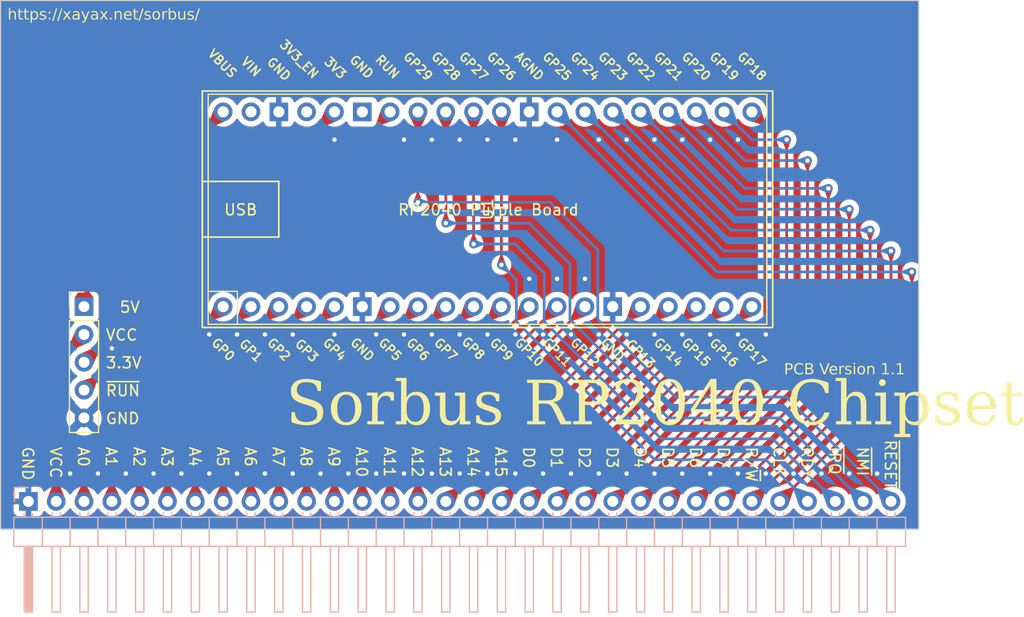
<source format=kicad_pcb>
(kicad_pcb (version 20221018) (generator pcbnew)
  (layers (0 "F.Cu" signal) (31 "B.Cu" signal) (34 "B.Paste" user) (35 "F.Paste" user) (36 "B.SilkS" user "B.Silkscreen") (37 "F.SilkS" user "F.Silkscreen") (38 "B.Mask" user) (39 "F.Mask" user) (44 "Edge.Cuts" user))
  (net 0 "")
  (net 1 "GND")
  (net 2 "VCC")
  (net 3 "A0")
  (net 4 "A1")
  (net 5 "A2")
  (net 6 "A3")
  (net 7 "A4")
  (net 8 "A5")
  (net 9 "A6")
  (net 10 "A7")
  (net 11 "A8")
  (net 12 "A9")
  (net 13 "A10")
  (net 14 "A11")
  (net 15 "A12")
  (net 16 "A13")
  (net 17 "A14")
  (net 18 "A15")
  (net 19 "D0")
  (net 20 "D1")
  (net 21 "D2")
  (net 22 "D3")
  (net 23 "D4")
  (net 24 "D5")
  (net 25 "D6")
  (net 26 "D7")
  (net 27 "R~W")
  (net 28 "CLK")
  (net 29 "RDY")
  (net 30 "~{IRQ}")
  (net 31 "~{NMI}")
  (net 32 "~{RESET}")
  (net 33 "3V3")
  (net 34 "RUN")
  (net 35 "VBUS")
  (footprint "MCU_RaspberryPi_and_Boards:RPi_RP2040Purple_SMD_TH_no_debug" (layer "F.Cu") (at 69.85 36.83 90)
    (fp_text reference "U1" (at 0 0 90) (layer "F.SilkS"))
    (fp_text value "PurpleRP2040_no_debug" hide)
    (fp_text user "GP26" (at 13.054 1.27 135) (layer "F.SilkS") (effects (font (size 0.8 0.8))))
    (fp_text user "VBUS" (at 13.3 -24.2 135) (layer "F.SilkS") (effects (font (size 0.8 0.8))))
    (fp_text user "GND" (at 12.8 -19.05 135) (layer "F.SilkS") (effects (font (size 0.8 0.8))))
    (fp_text user "GP25" (at 13.054 6.35 135) (layer "F.SilkS") (effects (font (size 0.8 0.8))))
    (fp_text user "GP27" (at 13.054 -1.27 135) (layer "F.SilkS") (effects (font (size 0.8 0.8))))
    (fp_text user "GP11" (at -13.054 6.35 135) (layer "F.SilkS") (effects (font (size 0.8 0.8))))
    (fp_text user "GP23" (at 13.054 11.43 135) (layer "F.SilkS") (effects (font (size 0.8 0.8))))
    (fp_text user "GP1" (at -12.9 -21.6 135) (layer "F.SilkS") (effects (font (size 0.8 0.8))))
    (fp_text user "RUN" (at 13 -9.144 135) (layer "F.SilkS") (effects (font (size 0.8 0.8))))
    (fp_text user "GP21" (at 13.054 16.51 135) (layer "F.SilkS") (effects (font (size 0.8 0.8))))
    (fp_text user "AGND" (at 13.054 3.81 135) (layer "F.SilkS") (effects (font (size 0.8 0.8))))
    (fp_text user "GP29" (at 13.054 -6.35 135) (layer "F.SilkS") (effects (font (size 0.8 0.8))))
    (fp_text user "GP2" (at -12.8 -19.05 135) (layer "F.SilkS") (effects (font (size 0.8 0.8))))
    (fp_text user "GP3" (at -12.9 -16.51 135) (layer "F.SilkS") (effects (font (size 0.8 0.8))))
    (fp_text user "GP7" (at -12.8 -3.81 135) (layer "F.SilkS") (effects (font (size 0.8 0.8))))
    (fp_text user "GP24" (at 13.054 8.9 135) (layer "F.SilkS") (effects (font (size 0.8 0.8))))
    (fp_text user "GP17" (at -13.054 24.13 135) (layer "F.SilkS") (effects (font (size 0.8 0.8))))
    (fp_text user "GP10" (at -13.054 3.81 135) (layer "F.SilkS") (effects (font (size 0.8 0.8))))
    (fp_text user "GP18" (at 13.054 24.13 135) (layer "F.SilkS") (effects (font (size 0.8 0.8))))
    (fp_text user "GP16" (at -13.1 21.59 135) (layer "F.SilkS") (effects (font (size 0.8 0.8))))
    (fp_text user "GP9" (at -12.8 1.27 135) (layer "F.SilkS") (effects (font (size 0.8 0.8))))
    (fp_text user "GP15" (at -13.054 19.05 135) (layer "F.SilkS") (effects (font (size 0.8 0.8))))
    (fp_text user "GND" (at 13 -11.5 135) (layer "F.SilkS") (effects (font (size 0.8 0.8))))
    (fp_text user "3V3" (at 12.9 -13.9 135) (layer "F.SilkS") (effects (font (size 0.8 0.8))))
    (fp_text user "GP19" (at 13.054 21.59 135) (layer "F.SilkS") (effects (font (size 0.8 0.8))))
    (fp_text user "GP20" (at 13.054 19.05 135) (layer "F.SilkS") (effects (font (size 0.8 0.8))))
    (fp_text user "GP0" (at -12.8 -24.13 135) (layer "F.SilkS") (effects (font (size 0.8 0.8))))
    (fp_text user "GND" (at -12.8 -11.43 135) (layer "F.SilkS") (effects (font (size 0.8 0.8))))
    (fp_text user "GP28" (at 13.054 -3.8 135) (layer "F.SilkS") (effects (font (size 0.8 0.8))))
    (fp_text user "GP12" (at -13.054 8.89 135) (layer "F.SilkS") (effects (font (size 0.8 0.8))))
    (fp_text user "GP13" (at -13.2 13.97 135) (layer "F.SilkS") (effects (font (size 0.8 0.8))))
    (fp_text user "GND" (at -12.8 11.43 135) (layer "F.SilkS") (effects (font (size 0.8 0.8))))
    (fp_text user "3V3_EN" (at 13.7 -17.2 135) (layer "F.SilkS") (effects (font (size 0.8 0.8))))
    (fp_text user "GP14" (at -13.054 16.51 135) (layer "F.SilkS") (effects (font (size 0.8 0.8))))
    (fp_text user "GP8" (at -12.7 -1.3 135) (layer "F.SilkS") (effects (font (size 0.8 0.8))))
    (fp_text user "GP6" (at -12.8 -6.35 135) (layer "F.SilkS") (effects (font (size 0.8 0.8))))
    (fp_text user "GP5" (at -12.8 -8.89 135) (layer "F.SilkS") (effects (font (size 0.8 0.8))))
    (fp_text user "VIN" (at 13 -21.59 135) (layer "F.SilkS") (effects (font (size 0.8 0.8))))
    (fp_text user "GP4" (at -12.8 -13.97 135) (layer "F.SilkS") (effects (font (size 0.8 0.8))))
    (fp_text user "GP22" (at 13.054 13.97 135) (layer "F.SilkS") (effects (font (size 0.8 0.8))))
    (pad "1" thru_hole oval (at -8.89 -24.13 90) (size 1.7 1.7) (drill 1.02) (layers "*.Cu" "*.Mask") (net 3 "A0"))
    (pad "2" thru_hole oval (at -8.89 -21.59 90) (size 1.7 1.7) (drill 1.02) (layers "*.Cu" "*.Mask") (net 4 "A1"))
    (pad "3" thru_hole oval (at -8.89 -19.05 90) (size 1.7 1.7) (drill 1.02) (layers "*.Cu" "*.Mask") (net 5 "A2"))
    (pad "4" thru_hole oval (at -8.89 -16.51 90) (size 1.7 1.7) (drill 1.02) (layers "*.Cu" "*.Mask") (net 6 "A3"))
    (pad "5" thru_hole oval (at -8.89 -13.97 90) (size 1.7 1.7) (drill 1.02) (layers "*.Cu" "*.Mask") (net 7 "A4"))
    (pad "6" thru_hole rect (at -8.89 -11.43 90) (size 1.7 1.7) (drill 1.02) (layers "*.Cu" "*.Mask") (net 1 "GND"))
    (pad "7" thru_hole oval (at -8.89 -8.89 90) (size 1.7 1.7) (drill 1.02) (layers "*.Cu" "*.Mask") (net 8 "A5"))
    (pad "8" thru_hole oval (at -8.89 -6.35 90) (size 1.7 1.7) (drill 1.02) (layers "*.Cu" "*.Mask") (net 9 "A6"))
    (pad "9" thru_hole oval (at -8.89 -3.81 90) (size 1.7 1.7) (drill 1.02) (layers "*.Cu" "*.Mask") (net 10 "A7"))
    (pad "10" thru_hole oval (at -8.89 -1.27 90) (size 1.7 1.7) (drill 1.02) (layers "*.Cu" "*.Mask") (net 11 "A8"))
    (pad "11" thru_hole oval (at -8.89 1.27 90) (size 1.7 1.7) (drill 1.02) (layers "*.Cu" "*.Mask") (net 12 "A9"))
    (pad "12" thru_hole oval (at -8.89 3.81 90) (size 1.7 1.7) (drill 1.02) (layers "*.Cu" "*.Mask") (net 13 "A10"))
    (pad "13" thru_hole oval (at -8.89 6.35 90) (size 1.7 1.7) (drill 1.02) (layers "*.Cu" "*.Mask") (net 14 "A11"))
    (pad "14" thru_hole oval (at -8.89 8.89 90) (size 1.7 1.7) (drill 1.02) (layers "*.Cu" "*.Mask") (net 15 "A12"))
    (pad "15" thru_hole rect (at -8.89 11.43 90) (size 1.7 1.7) (drill 1.02) (layers "*.Cu" "*.Mask") (net 1 "GND"))
    (pad "16" thru_hole oval (at -8.89 13.97 90) (size 1.7 1.7) (drill 1.02) (layers "*.Cu" "*.Mask") (net 16 "A13"))
    (pad "17" thru_hole oval (at -8.89 16.51 90) (size 1.7 1.7) (drill 1.02) (layers "*.Cu" "*.Mask") (net 17 "A14"))
    (pad "18" thru_hole oval (at -8.89 19.05 90) (size 1.7 1.7) (drill 1.02) (layers "*.Cu" "*.Mask") (net 18 "A15"))
    (pad "19" thru_hole oval (at -8.89 21.59 90) (size 1.7 1.7) (drill 1.02) (layers "*.Cu" "*.Mask") (net 19 "D0"))
    (pad "20" thru_hole oval (at -8.89 24.13 90) (size 1.7 1.7) (drill 1.02) (layers "*.Cu" "*.Mask") (net 20 "D1"))
    (pad "21" thru_hole oval (at 8.89 24.13 90) (size 1.7 1.7) (drill 1.02) (layers "*.Cu" "*.Mask") (net 21 "D2"))
    (pad "22" thru_hole oval (at 8.89 21.59 90) (size 1.7 1.7) (drill 1.02) (layers "*.Cu" "*.Mask") (net 22 "D3"))
    (pad "23" thru_hole oval (at 8.89 19.05 90) (size 1.7 1.7) (drill 1.02) (layers "*.Cu" "*.Mask") (net 23 "D4"))
    (pad "24" thru_hole oval (at 8.89 16.51 90) (size 1.7 1.7) (drill 1.02) (layers "*.Cu" "*.Mask") (net 24 "D5"))
    (pad "25" thru_hole oval (at 8.89 13.97 90) (size 1.7 1.7) (drill 1.02) (layers "*.Cu" "*.Mask") (net 25 "D6"))
    (pad "26" thru_hole oval (at 8.89 11.43 90) (size 1.7 1.7) (drill 1.02) (layers "*.Cu" "*.Mask") (net 26 "D7"))
    (pad "27" thru_hole oval (at 8.89 8.89 90) (size 1.7 1.7) (drill 1.02) (layers "*.Cu" "*.Mask") (net 27 "R~W"))
    (pad "28" thru_hole oval (at 8.89 6.35 90) (size 1.7 1.7) (drill 1.02) (layers "*.Cu" "*.Mask") (net 28 "CLK"))
    (pad "29" thru_hole rect (at 8.89 3.81 90) (size 1.7 1.7) (drill 1.02) (layers "*.Cu" "*.Mask") (net 1 "GND"))
    (pad "30" thru_hole oval (at 8.89 1.27 90) (size 1.7 1.7) (drill 1.02) (layers "*.Cu" "*.Mask") (net 29 "RDY"))
    (pad "31" thru_hole oval (at 8.89 -1.27 90) (size 1.7 1.7) (drill 1.02) (layers "*.Cu" "*.Mask") (net 30 "~{IRQ}"))
    (pad "32" thru_hole oval (at 8.89 -3.81 90) (size 1.7 1.7) (drill 1.02) (layers "*.Cu" "*.Mask") (net 31 "~{NMI}"))
    (pad "33" thru_hole oval (at 8.89 -6.35 90) (size 1.7 1.7) (drill 1.02) (layers "*.Cu" "*.Mask") (net 32 "~{RESET}"))
    (pad "34" thru_hole oval (at 8.89 -8.89 90) (size 1.7 1.7) (drill 1.02) (layers "*.Cu" "*.Mask") (net 34 "RUN"))
    (pad "35" thru_hole rect (at 8.89 -11.43 90) (size 1.7 1.7) (drill 1.02) (layers "*.Cu" "*.Mask"))
    (pad "36" thru_hole oval (at 8.89 -13.97 90) (size 1.7 1.7) (drill 1.02) (layers "*.Cu" "*.Mask") (net 33 "3V3"))
    (pad "37" thru_hole oval (at 8.89 -16.51 90) (size 1.7 1.7) (drill 1.02) (layers "*.Cu" "*.Mask"))
    (pad "38" thru_hole rect (at 8.89 -19.05 90) (size 1.7 1.7) (drill 1.02) (layers "*.Cu" "*.Mask") (net 1 "GND"))
    (pad "39" thru_hole oval (at 8.89 -21.59 90) (size 1.7 1.7) (drill 1.02) (layers "*.Cu" "*.Mask"))
    (pad "40" thru_hole oval (at 8.89 -24.13 90) (size 1.7 1.7) (drill 1.02) (layers "*.Cu" "*.Mask") (net 35 "VBUS"))
  )
  (footprint "Connector_PinHeader_2.54mm:PinHeader_1x05_P2.54mm_Vertical" (layer "F.Cu") (at 33.02 45.72)
    (fp_text reference "J2" hide)
    (fp_text value "Conn_01x05_Pin" hide)
    (pad "1" thru_hole rect (at 0 0) (size 1.7 1.7) (drill 1) (layers "*.Cu" "*.Mask") (net 35 "VBUS"))
    (pad "2" thru_hole oval (at 0 2.54) (size 1.7 1.7) (drill 1) (layers "*.Cu" "*.Mask") (net 2 "VCC"))
    (pad "3" thru_hole oval (at 0 5.08) (size 1.7 1.7) (drill 1) (layers "*.Cu" "*.Mask") (net 33 "3V3"))
    (pad "4" thru_hole oval (at 0 7.62) (size 1.7 1.7) (drill 1) (layers "*.Cu" "*.Mask") (net 34 "RUN"))
    (pad "5" thru_hole oval (at 0 10.16) (size 1.7 1.7) (drill 1) (layers "*.Cu" "*.Mask") (net 1 "GND") (thermal_bridge_width 0.75) (thermal_gap 0.75))
  )
  (footprint "Connector_PinHeader_2.54mm:PinHeader_1x32_P2.54mm_Horizontal" (layer "B.Cu") (at 27.94 63.5 -90)
    (fp_text reference "J1" hide)
    (fp_text value "Conn_01x32_Pin" hide)
    (pad "1" thru_hole rect (at 0 0 270) (size 1.7 1.7) (drill 1) (layers "*.Cu" "*.Mask") (net 1 "GND"))
    (pad "2" thru_hole oval (at 0 -2.54 270) (size 1.7 1.7) (drill 1) (layers "*.Cu" "*.Mask") (net 2 "VCC"))
    (pad "3" thru_hole oval (at 0 -5.08 270) (size 1.7 1.7) (drill 1) (layers "*.Cu" "*.Mask") (net 3 "A0"))
    (pad "4" thru_hole oval (at 0 -7.62 270) (size 1.7 1.7) (drill 1) (layers "*.Cu" "*.Mask") (net 4 "A1"))
    (pad "5" thru_hole oval (at 0 -10.16 270) (size 1.7 1.7) (drill 1) (layers "*.Cu" "*.Mask") (net 5 "A2"))
    (pad "6" thru_hole oval (at 0 -12.7 270) (size 1.7 1.7) (drill 1) (layers "*.Cu" "*.Mask") (net 6 "A3"))
    (pad "7" thru_hole oval (at 0 -15.24 270) (size 1.7 1.7) (drill 1) (layers "*.Cu" "*.Mask") (net 7 "A4"))
    (pad "8" thru_hole oval (at 0 -17.78 270) (size 1.7 1.7) (drill 1) (layers "*.Cu" "*.Mask") (net 8 "A5"))
    (pad "9" thru_hole oval (at 0 -20.32 270) (size 1.7 1.7) (drill 1) (layers "*.Cu" "*.Mask") (net 9 "A6"))
    (pad "10" thru_hole oval (at 0 -22.86 270) (size 1.7 1.7) (drill 1) (layers "*.Cu" "*.Mask") (net 10 "A7"))
    (pad "11" thru_hole oval (at 0 -25.4 270) (size 1.7 1.7) (drill 1) (layers "*.Cu" "*.Mask") (net 11 "A8"))
    (pad "12" thru_hole oval (at 0 -27.94 270) (size 1.7 1.7) (drill 1) (layers "*.Cu" "*.Mask") (net 12 "A9"))
    (pad "13" thru_hole oval (at 0 -30.48 270) (size 1.7 1.7) (drill 1) (layers "*.Cu" "*.Mask") (net 13 "A10"))
    (pad "14" thru_hole oval (at 0 -33.02 270) (size 1.7 1.7) (drill 1) (layers "*.Cu" "*.Mask") (net 14 "A11"))
    (pad "15" thru_hole oval (at 0 -35.56 270) (size 1.7 1.7) (drill 1) (layers "*.Cu" "*.Mask") (net 15 "A12"))
    (pad "16" thru_hole oval (at 0 -38.1 270) (size 1.7 1.7) (drill 1) (layers "*.Cu" "*.Mask") (net 16 "A13"))
    (pad "17" thru_hole oval (at 0 -40.64 270) (size 1.7 1.7) (drill 1) (layers "*.Cu" "*.Mask") (net 17 "A14"))
    (pad "18" thru_hole oval (at 0 -43.18 270) (size 1.7 1.7) (drill 1) (layers "*.Cu" "*.Mask") (net 18 "A15"))
    (pad "19" thru_hole oval (at 0 -45.72 270) (size 1.7 1.7) (drill 1) (layers "*.Cu" "*.Mask") (net 19 "D0"))
    (pad "20" thru_hole oval (at 0 -48.26 270) (size 1.7 1.7) (drill 1) (layers "*.Cu" "*.Mask") (net 20 "D1"))
    (pad "21" thru_hole oval (at 0 -50.8 270) (size 1.7 1.7) (drill 1) (layers "*.Cu" "*.Mask") (net 21 "D2"))
    (pad "22" thru_hole oval (at 0 -53.34 270) (size 1.7 1.7) (drill 1) (layers "*.Cu" "*.Mask") (net 22 "D3"))
    (pad "23" thru_hole oval (at 0 -55.88 270) (size 1.7 1.7) (drill 1) (layers "*.Cu" "*.Mask") (net 23 "D4"))
    (pad "24" thru_hole oval (at 0 -58.42 270) (size 1.7 1.7) (drill 1) (layers "*.Cu" "*.Mask") (net 24 "D5"))
    (pad "25" thru_hole oval (at 0 -60.96 270) (size 1.7 1.7) (drill 1) (layers "*.Cu" "*.Mask") (net 25 "D6"))
    (pad "26" thru_hole oval (at 0 -63.5 270) (size 1.7 1.7) (drill 1) (layers "*.Cu" "*.Mask") (net 26 "D7"))
    (pad "27" thru_hole oval (at 0 -66.04 270) (size 1.7 1.7) (drill 1) (layers "*.Cu" "*.Mask") (net 27 "R~W"))
    (pad "28" thru_hole oval (at 0 -68.58 270) (size 1.7 1.7) (drill 1) (layers "*.Cu" "*.Mask") (net 28 "CLK"))
    (pad "29" thru_hole oval (at 0 -71.12 270) (size 1.7 1.7) (drill 1) (layers "*.Cu" "*.Mask") (net 29 "RDY"))
    (pad "30" thru_hole oval (at 0 -73.66 270) (size 1.7 1.7) (drill 1) (layers "*.Cu" "*.Mask") (net 30 "~{IRQ}"))
    (pad "31" thru_hole oval (at 0 -76.2 270) (size 1.7 1.7) (drill 1) (layers "*.Cu" "*.Mask") (net 31 "~{NMI}"))
    (pad "32" thru_hole oval (at 0 -78.74 270) (size 1.7 1.7) (drill 1) (layers "*.Cu" "*.Mask") (net 32 "~{RESET}"))
  )
  (gr_rect (start 43.815 34.29) (end 50.8 39.37) (stroke (width 0.15)) (fill none) (layer "F.SilkS"))
  (gr_rect (start 43.815 26.035) (end 95.885 47.625) (stroke (width 0.15)) (fill none) (layer "F.SilkS"))
  (gr_line (start 25.4 66.04) (end 25.4 17.78) (stroke (width 0.1)) (layer "Edge.Cuts"))
  (gr_line (start 109.22 17.78) (end 109.22 66.04) (stroke (width 0.1)) (layer "Edge.Cuts"))
  (gr_line (start 109.22 66.04) (end 25.4 66.04) (stroke (width 0.1)) (layer "Edge.Cuts"))
  (gr_line (start 25.4 17.78) (end 109.22 17.78) (stroke (width 0.1)) (layer "Edge.Cuts"))
  (gr_text "A1" (at 34.925 58.42 270) (layer "F.SilkS") (effects (font (size 1 1)) (justify left bottom)))
  (gr_text "A0" (at 32.385 58.42 -90) (layer "F.SilkS") (effects (font (size 1 1)) (justify left bottom)))
  (gr_text "A10" (at 57.785 58.42 270) (layer "F.SilkS") (effects (font (size 1 1)) (justify left bottom)))
  (gr_text "VCC" (at 34.925 48.895) (layer "F.SilkS") (effects (font (size 1 1)) (justify left bottom)))
  (gr_text "A11" (at 60.325 58.42 270) (layer "F.SilkS") (effects (font (size 1 1)) (justify left bottom)))
  (gr_text "A15" (at 70.485 58.42 270) (layer "F.SilkS") (effects (font (size 1 1)) (justify left bottom)))
  (gr_text "A12" (at 62.865 58.42 270) (layer "F.SilkS") (effects (font (size 1 1)) (justify left bottom)))
  (gr_text "A14" (at 67.945 58.42 270) (layer "F.SilkS") (effects (font (size 1 1)) (justify left bottom)))
  (gr_text "RDY" (at 98.425 58.42 270) (layer "F.SilkS") (effects (font (size 1 1)) (justify left bottom)))
  (gr_text "https://xayax.net/sorbus/" (at 26.035 19.685) (layer "F.SilkS") (effects (font (size 1 1)) (justify left bottom)))
  (gr_text "D7" (at 90.805 58.42 270) (layer "F.SilkS") (effects (font (size 1 1)) (justify left bottom)))
  (gr_text "PCB Version 1.1" (at 107.95 52.07) (layer "F.SilkS") (effects (font (size 1 1)) (justify right bottom)))
  (gr_text "A7" (at 50.165 58.42 270) (layer "F.SilkS") (effects (font (size 1 1)) (justify left bottom)))
  (gr_text "D4" (at 83.185 58.42 270) (layer "F.SilkS") (effects (font (size 1 1)) (justify left bottom)))
  (gr_text "A13" (at 65.405 58.42 270) (layer "F.SilkS") (effects (font (size 1 1)) (justify left bottom)))
  (gr_text "A9" (at 55.245 58.42 270) (layer "F.SilkS") (effects (font (size 1 1)) (justify left bottom)))
  (gr_text "D5" (at 85.725 58.42 270) (layer "F.SilkS") (effects (font (size 1 1)) (justify left bottom)))
  (gr_text "D0" (at 73.025 58.42 270) (layer "F.SilkS") (effects (font (size 1 1)) (justify left bottom)))
  (gr_text "VCC" (at 29.845 58.42 270) (layer "F.SilkS") (effects (font (size 1 1)) (justify left bottom)))
  (gr_text "A8" (at 52.705 58.42 270) (layer "F.SilkS") (effects (font (size 1 1)) (justify left bottom)))
  (gr_text "~{IRQ}" (at 100.965 58.42 270) (layer "F.SilkS") (effects (font (size 1 1)) (justify left bottom)))
  (gr_text "Sorbus RP2040 Chipset" (at 51.435 57.15) (layer "F.SilkS") (effects (font (size 4 4) (thickness 0.125)) (justify left bottom)))
  (gr_text "D3" (at 80.645 58.42 270) (layer "F.SilkS") (effects (font (size 1 1)) (justify left bottom)))
  (gr_text "R/~{W}" (at 93.345 58.42 -90) (layer "F.SilkS") (effects (font (size 1 1)) (justify left bottom)))
  (gr_text "~{RESET}" (at 106.045 57.785 -90) (layer "F.SilkS") (effects (font (size 1 1)) (justify left bottom)))
  (gr_text "D2" (at 78.105 58.42 270) (layer "F.SilkS") (effects (font (size 1 1)) (justify left bottom)))
  (gr_text "GND" (at 34.925 56.515) (layer "F.SilkS") (effects (font (size 1 1)) (justify left bottom)))
  (gr_text "A5" (at 45.085 58.42 270) (layer "F.SilkS") (effects (font (size 1 1)) (justify left bottom)))
  (gr_text "USB" (at 45.72 37.465) (layer "F.SilkS") (effects (font (size 1 1)) (justify left bottom)))
  (gr_text "D6" (at 88.265 58.42 270) (layer "F.SilkS") (effects (font (size 1 1)) (justify left bottom)))
  (gr_text "A3" (at 40.005 58.42 -90) (layer "F.SilkS") (effects (font (size 1 1)) (justify left bottom)))
  (gr_text "~{RUN}" (at 34.925 53.975) (layer "F.SilkS") (effects (font (size 1 1)) (justify left bottom)))
  (gr_text "3.3V" (at 34.925 51.435) (layer "F.SilkS") (effects (font (size 1 1)) (justify left bottom)))
  (gr_text "A4" (at 42.545 58.42 270) (layer "F.SilkS") (effects (font (size 1 1)) (justify left bottom)))
  (gr_text "D1" (at 75.565 58.42 270) (layer "F.SilkS") (effects (font (size 1 1)) (justify left bottom)))
  (gr_text "A2" (at 37.465 58.42 270) (layer "F.SilkS") (effects (font (size 1 1)) (justify left bottom)))
  (gr_text "GND" (at 27.305 58.42 -90) (layer "F.SilkS") (effects (font (size 1 1)) (justify left bottom)))
  (gr_text "RP2040 Purple Board" (at 61.595 37.465) (layer "F.SilkS") (effects (font (size 1 1)) (justify left bottom)))
  (gr_text "A6" (at 47.625 58.42 270) (layer "F.SilkS") (effects (font (size 1 1)) (justify left bottom)))
  (gr_text "CLK" (at 95.885 58.42 270) (layer "F.SilkS") (effects (font (size 1 1)) (justify left bottom)))
  (gr_text "5V" (at 36.195 46.355) (layer "F.SilkS") (effects (font (size 1 1)) (justify left bottom)))
  (gr_text "~{NMI}" (at 103.505 58.42 270) (layer "F.SilkS") (effects (font (size 1 1)) (justify left bottom)))
  (via (at 95.25 60.96) (size 0.8) (drill 0.4) (layers "F.Cu" "B.Cu") (net 1))
  (via (at 85.09 60.96) (size 0.8) (drill 0.4) (layers "F.Cu" "B.Cu") (net 1))
  (via (at 67.31 60.96) (size 0.8) (drill 0.4) (layers "F.Cu" "B.Cu") (net 1))
  (via (at 55.88 48.26) (size 0.8) (drill 0.4) (layers "F.Cu" "B.Cu") (net 1))
  (via (at 74.93 48.26) (size 0.8) (drill 0.4) (layers "F.Cu" "B.Cu") (net 1))
  (via (at 105.41 60.96) (size 0.8) (drill 0.4) (layers "F.Cu" "B.Cu") (net 1))
  (via (at 52.07 48.26) (size 0.8) (drill 0.4) (layers "F.Cu" "B.Cu") (net 1))
  (via (at 67.31 30.48) (size 0.8) (drill 0.4) (layers "F.Cu" "B.Cu") (net 1))
  (via (at 77.47 60.96) (size 0.8) (drill 0.4) (layers "F.Cu" "B.Cu") (net 1))
  (via (at 44.45 60.96) (size 0.8) (drill 0.4) (layers "F.Cu" "B.Cu") (net 1))
  (via (at 44.45 48.26) (size 0.8) (drill 0.4) (layers "F.Cu" "B.Cu") (net 1))
  (via (at 35.56 49.53) (size 0.8) (drill 0.4) (layers "F.Cu" "B.Cu") (net 1))
  (via (at 64.77 48.26) (size 0.8) (drill 0.4) (layers "F.Cu" "B.Cu") (net 1))
  (via (at 36.83 60.96) (size 0.8) (drill 0.4) (layers "F.Cu" "B.Cu") (net 1))
  (via (at 90.17 48.26) (size 0.8) (drill 0.4) (layers "F.Cu" "B.Cu") (net 1))
  (via (at 85.09 30.48) (size 0.8) (drill 0.4) (layers "F.Cu" "B.Cu") (net 1))
  (via (at 59.69 48.26) (size 0.8) (drill 0.4) (layers "F.Cu" "B.Cu") (net 1))
  (via (at 64.77 30.48) (size 0.8) (drill 0.4) (layers "F.Cu" "B.Cu") (net 1))
  (via (at 82.55 60.96) (size 0.8) (drill 0.4) (layers "F.Cu" "B.Cu") (net 1))
  (via (at 76.2 43.18) (size 0.8) (drill 0.4) (layers "F.Cu" "B.Cu") (net 1))
  (via (at 62.23 60.96) (size 0.8) (drill 0.4) (layers "F.Cu" "B.Cu") (net 1))
  (via (at 95.25 48.26) (size 0.8) (drill 0.4) (layers "F.Cu" "B.Cu") (net 1))
  (via (at 57.15 60.96) (size 0.8) (drill 0.4) (layers "F.Cu" "B.Cu") (net 1))
  (via (at 90.17 30.48) (size 0.8) (drill 0.4) (layers "F.Cu" "B.Cu") (net 1))
  (via (at 52.07 60.96) (size 0.8) (drill 0.4) (layers "F.Cu" "B.Cu") (net 1))
  (via (at 87.63 48.26) (size 0.8) (drill 0.4) (layers "F.Cu" "B.Cu") (net 1))
  (via (at 39.37 60.96) (size 0.8) (drill 0.4) (layers "F.Cu" "B.Cu") (net 1))
  (via (at 82.55 30.48) (size 0.8) (drill 0.4) (layers "F.Cu" "B.Cu") (net 1))
  (via (at 102.87 60.96) (size 0.8) (drill 0.4) (layers "F.Cu" "B.Cu") (net 1))
  (via (at 97.79 60.96) (size 0.8) (drill 0.4) (layers "F.Cu" "B.Cu") (net 1))
  (via (at 41.91 60.96) (size 0.8) (drill 0.4) (layers "F.Cu" "B.Cu") (net 1))
  (via (at 77.47 48.26) (size 0.8) (drill 0.4) (layers "F.Cu" "B.Cu") (net 1))
  (via (at 49.53 48.26) (size 0.8) (drill 0.4) (layers "F.Cu" "B.Cu") (net 1))
  (via (at 73.66 43.18) (size 0.8) (drill 0.4) (layers "F.Cu" "B.Cu") (net 1))
  (via (at 64.77 60.96) (size 0.8) (drill 0.4) (layers "F.Cu" "B.Cu") (net 1))
  (via (at 76.2 30.48) (size 0.8) (drill 0.4) (layers "F.Cu" "B.Cu") (net 1))
  (via (at 69.85 60.96) (size 0.8) (drill 0.4) (layers "F.Cu" "B.Cu") (net 1))
  (via (at 85.09 48.26) (size 0.8) (drill 0.4) (layers "F.Cu" "B.Cu") (net 1))
  (via (at 31.75 60.96) (size 0.8) (drill 0.4) (layers "F.Cu" "B.Cu") (net 1))
  (via (at 74.93 60.96) (size 0.8) (drill 0.4) (layers "F.Cu" "B.Cu") (net 1))
  (via (at 78.74 43.18) (size 0.8) (drill 0.4) (layers "F.Cu" "B.Cu") (net 1))
  (via (at 59.69 60.96) (size 0.8) (drill 0.4) (layers "F.Cu" "B.Cu") (net 1))
  (via (at 67.31 48.26) (size 0.8) (drill 0.4) (layers "F.Cu" "B.Cu") (net 1))
  (via (at 34.29 60.96) (size 0.8) (drill 0.4) (layers "F.Cu" "B.Cu") (net 1))
  (via (at 62.23 48.26) (size 0.8) (drill 0.4) (layers "F.Cu" "B.Cu") (net 1))
  (via (at 80.01 30.48) (size 0.8) (drill 0.4) (layers "F.Cu" "B.Cu") (net 1))
  (via (at 100.33 60.96) (size 0.8) (drill 0.4) (layers "F.Cu" "B.Cu") (net 1))
  (via (at 92.71 60.96) (size 0.8) (drill 0.4) (layers "F.Cu" "B.Cu") (net 1))
  (via (at 46.99 60.96) (size 0.8) (drill 0.4) (layers "F.Cu" "B.Cu") (net 1))
  (via (at 90.17 60.96) (size 0.8) (drill 0.4) (layers "F.Cu" "B.Cu") (net 1))
  (via (at 69.85 30.48) (size 0.8) (drill 0.4) (layers "F.Cu" "B.Cu") (net 1))
  (via (at 92.71 48.26) (size 0.8) (drill 0.4) (layers "F.Cu" "B.Cu") (net 1))
  (via (at 82.55 48.26) (size 0.8) (drill 0.4) (layers "F.Cu" "B.Cu") (net 1))
  (via (at 87.63 60.96) (size 0.8) (drill 0.4) (layers "F.Cu" "B.Cu") (net 1))
  (via (at 72.39 48.26) (size 0.8) (drill 0.4) (layers "F.Cu" "B.Cu") (net 1))
  (via (at 54.61 60.96) (size 0.8) (drill 0.4) (layers "F.Cu" "B.Cu") (net 1))
  (via (at 80.01 48.26) (size 0.8) (drill 0.4) (layers "F.Cu" "B.Cu") (net 1))
  (via (at 49.53 60.96) (size 0.8) (drill 0.4) (layers "F.Cu" "B.Cu") (net 1))
  (via (at 72.39 60.96) (size 0.8) (drill 0.4) (layers "F.Cu" "B.Cu") (net 1))
  (via (at 87.63 30.48) (size 0.8) (drill 0.4) (layers "F.Cu" "B.Cu") (net 1))
  (via (at 55.88 30.48) (size 0.8) (drill 0.4) (layers "F.Cu" "B.Cu") (net 1))
  (via (at 46.99 48.26) (size 0.8) (drill 0.4) (layers "F.Cu" "B.Cu") (net 1))
  (via (at 92.71 30.48) (size 0.8) (drill 0.4) (layers "F.Cu" "B.Cu") (net 1))
  (via (at 62.23 30.48) (size 0.8) (drill 0.4) (layers "F.Cu" "B.Cu") (net 1))
  (via (at 80.01 60.96) (size 0.8) (drill 0.4) (layers "F.Cu" "B.Cu") (net 1))
  (via (at 72.39 30.48) (size 0.8) (drill 0.4) (layers "F.Cu" "B.Cu") (net 1))
  (via (at 69.85 48.26) (size 0.8) (drill 0.4) (layers "F.Cu" "B.Cu") (net 1))
  (segment (start 33.02 48.26) (end 30.48 50.8) (width 0.5) (layer "F.Cu") (net 2))
  (segment (start 30.48 50.8) (end 30.48 63.5) (width 0.5) (layer "F.Cu") (net 2))
  (segment (start 33.02 58.42) (end 33.02 63.5) (width 0.25) (layer "F.Cu") (net 3))
  (segment (start 45.72 45.72) (end 33.02 58.42) (width 0.25) (layer "F.Cu") (net 3))
  (segment (start 35.56 63.5) (end 35.56 58.42) (width 0.25) (layer "F.Cu") (net 4))
  (segment (start 35.56 58.42) (end 48.26 45.72) (width 0.25) (layer "F.Cu") (net 4))
  (segment (start 38.1 58.42) (end 50.8 45.72) (width 0.25) (layer "F.Cu") (net 5))
  (segment (start 38.1 63.5) (end 38.1 58.42) (width 0.25) (layer "F.Cu") (net 5))
  (segment (start 40.64 58.42) (end 53.34 45.72) (width 0.25) (layer "F.Cu") (net 6))
  (segment (start 40.64 63.5) (end 40.64 58.42) (width 0.25) (layer "F.Cu") (net 6))
  (segment (start 43.18 63.5) (end 43.18 58.42) (width 0.25) (layer "F.Cu") (net 7))
  (segment (start 43.18 58.42) (end 55.88 45.72) (width 0.25) (layer "F.Cu") (net 7))
  (segment (start 60.96 45.72) (end 45.72 60.96) (width 0.25) (layer "F.Cu") (net 8))
  (segment (start 45.72 60.96) (end 45.72 63.5) (width 0.25) (layer "F.Cu") (net 8))
  (segment (start 48.26 63.5) (end 48.26 60.96) (width 0.25) (layer "F.Cu") (net 9))
  (segment (start 48.26 60.96) (end 63.5 45.72) (width 0.25) (layer "F.Cu") (net 9))
  (segment (start 50.8 60.96) (end 66.04 45.72) (width 0.25) (layer "F.Cu") (net 10))
  (segment (start 50.8 63.5) (end 50.8 60.96) (width 0.25) (layer "F.Cu") (net 10))
  (segment (start 53.34 60.96) (end 68.58 45.72) (width 0.25) (layer "F.Cu") (net 11))
  (segment (start 53.34 63.5) (end 53.34 60.96) (width 0.25) (layer "F.Cu") (net 11))
  (segment (start 55.88 63.5) (end 55.88 60.96) (width 0.25) (layer "F.Cu") (net 12))
  (segment (start 55.88 60.96) (end 71.12 45.72) (width 0.25) (layer "F.Cu") (net 12))
  (segment (start 58.42 63.5) (end 58.42 60.96) (width 0.25) (layer "F.Cu") (net 13))
  (segment (start 58.42 60.96) (end 73.66 45.72) (width 0.25) (layer "F.Cu") (net 13))
  (segment (start 60.96 63.5) (end 60.96 60.96) (width 0.25) (layer "F.Cu") (net 14))
  (segment (start 60.96 60.96) (end 76.2 45.72) (width 0.25) (layer "F.Cu") (net 14))
  (segment (start 63.5 63.5) (end 63.5 60.96) (width 0.25) (layer "F.Cu") (net 15))
  (segment (start 63.5 60.96) (end 78.74 45.72) (width 0.25) (layer "F.Cu") (net 15))
  (segment (start 83.82 45.72) (end 66.04 63.5) (width 0.25) (layer "F.Cu") (net 16))
  (segment (start 86.36 45.72) (end 68.58 63.5) (width 0.25) (layer "F.Cu") (net 17))
  (segment (start 88.9 45.72) (end 71.12 63.5) (width 0.25) (layer "F.Cu") (net 18))
  (segment (start 91.44 45.72) (end 73.66 63.5) (width 0.25) (layer "F.Cu") (net 19))
  (segment (start 93.98 45.72) (end 76.2 63.5) (width 0.25) (layer "F.Cu") (net 20))
  (segment (start 95.155 47.085) (end 95.155 29.115) (width 0.25) (layer "F.Cu") (net 21))
  (segment (start 95.155 29.115) (end 93.98 27.94) (width 0.25) (layer "F.Cu") (net 21))
  (segment (start 78.74 63.5) (end 95.155 47.085) (width 0.25) (layer "F.Cu") (net 21))
  (segment (start 97.155 47.625) (end 97.155 30.48) (width 0.25) (layer "F.Cu") (net 22))
  (segment (start 96.52 48.26) (end 97.155 47.625) (width 0.25) (layer "F.Cu") (net 22))
  (segment (start 81.28 63.5) (end 96.52 48.26) (width 0.25) (layer "F.Cu") (net 22))
  (via (at 97.155 30.48) (size 0.8) (drill 0.4) (layers "F.Cu" "B.Cu") (net 22))
  (segment (start 97.155 30.48) (end 93.98 30.48) (width 0.25) (layer "B.Cu") (net 22))
  (segment (start 93.98 30.48) (end 91.44 27.94) (width 0.25) (layer "B.Cu") (net 22))
  (segment (start 99.06 48.26) (end 99.06 32.385) (width 0.25) (layer "F.Cu") (net 23))
  (segment (start 97.79 49.53) (end 99.06 48.26) (width 0.25) (layer "F.Cu") (net 23))
  (segment (start 83.82 63.5) (end 97.79 49.53) (width 0.25) (layer "F.Cu") (net 23))
  (via (at 99.06 32.385) (size 0.8) (drill 0.4) (layers "F.Cu" "B.Cu") (net 23))
  (segment (start 93.345 32.385) (end 88.9 27.94) (width 0.25) (layer "B.Cu") (net 23))
  (segment (start 99.06 32.385) (end 93.345 32.385) (width 0.25) (layer "B.Cu") (net 23))
  (segment (start 86.36 63.5) (end 99.06 50.8) (width 0.25) (layer "F.Cu") (net 24))
  (segment (start 99.06 50.8) (end 100.965 48.895) (width 0.25) (layer "F.Cu") (net 24))
  (segment (start 100.965 48.895) (end 100.965 34.925) (width 0.25) (layer "F.Cu") (net 24))
  (via (at 100.965 34.925) (size 0.8) (drill 0.4) (layers "F.Cu" "B.Cu") (net 24))
  (segment (start 93.345 34.925) (end 86.36 27.94) (width 0.25) (layer "B.Cu") (net 24))
  (segment (start 100.965 34.925) (end 93.345 34.925) (width 0.25) (layer "B.Cu") (net 24))
  (segment (start 102.87 49.53) (end 102.87 36.83) (width 0.25) (layer "F.Cu") (net 25))
  (segment (start 100.33 52.07) (end 102.87 49.53) (width 0.25) (layer "F.Cu") (net 25))
  (segment (start 88.9 63.5) (end 100.33 52.07) (width 0.25) (layer "F.Cu") (net 25))
  (via (at 102.87 36.83) (size 0.8) (drill 0.4) (layers "F.Cu" "B.Cu") (net 25))
  (segment (start 102.87 36.83) (end 92.71 36.83) (width 0.25) (layer "B.Cu") (net 25))
  (segment (start 92.71 36.83) (end 83.82 27.94) (width 0.25) (layer "B.Cu") (net 25))
  (segment (start 101.6 53.34) (end 104.775 50.165) (width 0.25) (layer "F.Cu") (net 26))
  (segment (start 104.775 50.165) (end 104.775 38.735) (width 0.25) (layer "F.Cu") (net 26))
  (segment (start 91.44 63.5) (end 101.6 53.34) (width 0.25) (layer "F.Cu") (net 26))
  (via (at 104.775 38.735) (size 0.8) (drill 0.4) (layers "F.Cu" "B.Cu") (net 26))
  (segment (start 92.075 38.735) (end 81.28 27.94) (width 0.25) (layer "B.Cu") (net 26))
  (segment (start 104.775 38.735) (end 92.075 38.735) (width 0.25) (layer "B.Cu") (net 26))
  (segment (start 93.98 63.5) (end 102.87 54.61) (width 0.25) (layer "F.Cu") (net 27))
  (segment (start 102.87 54.61) (end 106.68 50.8) (width 0.25) (layer "F.Cu") (net 27))
  (segment (start 106.68 50.8) (end 106.68 40.64) (width 0.25) (layer "F.Cu") (net 27))
  (via (at 106.68 40.64) (size 0.8) (drill 0.4) (layers "F.Cu" "B.Cu") (net 27))
  (segment (start 106.68 40.64) (end 91.44 40.64) (width 0.25) (layer "B.Cu") (net 27))
  (segment (start 91.44 40.64) (end 78.74 27.94) (width 0.25) (layer "B.Cu") (net 27))
  (segment (start 104.14 55.88) (end 108.585 51.435) (width 0.25) (layer "F.Cu") (net 28))
  (segment (start 96.52 63.5) (end 104.14 55.88) (width 0.25) (layer "F.Cu") (net 28))
  (segment (start 108.585 51.435) (end 108.585 42.545) (width 0.25) (layer "F.Cu") (net 28))
  (via (at 108.585 42.545) (size 0.8) (drill 0.4) (layers "F.Cu" "B.Cu") (net 28))
  (segment (start 90.805 42.545) (end 76.2 27.94) (width 0.25) (layer "B.Cu") (net 28))
  (segment (start 108.585 42.545) (end 90.805 42.545) (width 0.25) (layer "B.Cu") (net 28))
  (segment (start 71.12 27.94) (end 71.12 41.91) (width 0.25) (layer "F.Cu") (net 29))
  (via (at 71.12 41.91) (size 0.8) (drill 0.4) (layers "F.Cu" "B.Cu") (net 29))
  (segment (start 72.485 43.275) (end 71.12 41.91) (width 0.25) (layer "B.Cu") (net 29))
  (segment (start 85.09 59.69) (end 72.485 47.085) (width 0.25) (layer "B.Cu") (net 29))
  (segment (start 99.06 63.5) (end 95.25 59.69) (width 0.25) (layer "B.Cu") (net 29))
  (segment (start 95.25 59.69) (end 85.09 59.69) (width 0.25) (layer "B.Cu") (net 29))
  (segment (start 72.485 47.085) (end 72.485 43.275) (width 0.25) (layer "B.Cu") (net 29))
  (segment (start 68.58 27.94) (end 68.58 40.005) (width 0.25) (layer "F.Cu") (net 30))
  (via (at 68.58 40.005) (size 0.8) (drill 0.4) (layers "F.Cu" "B.Cu") (net 30))
  (segment (start 76.385499 48.446189) (end 76.385499 48.445499) (width 0.25) (layer "B.Cu") (net 30))
  (segment (start 76.385499 48.445499) (end 75.025 47.085) (width 0.25) (layer "B.Cu") (net 30))
  (segment (start 75.025 42.64) (end 72.39 40.005) (width 0.25) (layer "B.Cu") (net 30))
  (segment (start 101.6 63.5) (end 95.885 57.785) (width 0.25) (layer "B.Cu") (net 30))
  (segment (start 72.39 40.005) (end 68.58 40.005) (width 0.25) (layer "B.Cu") (net 30))
  (segment (start 85.72431 57.785) (end 76.385499 48.446189) (width 0.25) (layer "B.Cu") (net 30))
  (segment (start 75.025 47.085) (end 75.025 42.64) (width 0.25) (layer "B.Cu") (net 30))
  (segment (start 95.885 57.785) (end 85.72431 57.785) (width 0.25) (layer "B.Cu") (net 30))
  (segment (start 66.04 38.1) (end 66.04 27.94) (width 0.25) (layer "F.Cu") (net 31))
  (via (at 66.04 38.1) (size 0.8) (drill 0.4) (layers "F.Cu" "B.Cu") (net 31))
  (segment (start 86.36 55.88) (end 77.375 46.895) (width 0.25) (layer "B.Cu") (net 31))
  (segment (start 96.52 55.88) (end 86.36 55.88) (width 0.25) (layer "B.Cu") (net 31))
  (segment (start 77.375 41.815) (end 73.66 38.1) (width 0.25) (layer "B.Cu") (net 31))
  (segment (start 104.14 63.5) (end 96.52 55.88) (width 0.25) (layer "B.Cu") (net 31))
  (segment (start 77.375 46.895) (end 77.375 41.91) (width 0.25) (layer "B.Cu") (net 31))
  (segment (start 73.66 38.1) (end 66.04 38.1) (width 0.25) (layer "B.Cu") (net 31))
  (segment (start 77.375 41.91) (end 77.375 41.815) (width 0.25) (layer "B.Cu") (net 31))
  (segment (start 63.5 36.195) (end 63.5 27.94) (width 0.25) (layer "F.Cu") (net 32))
  (via (at 63.5 36.195) (size 0.8) (drill 0.4) (layers "F.Cu" "B.Cu") (net 32))
  (segment (start 79.915 46.895) (end 79.915 40.545) (width 0.25) (layer "B.Cu") (net 32))
  (segment (start 86.995 53.975) (end 79.915 46.895) (width 0.25) (layer "B.Cu") (net 32))
  (segment (start 79.915 40.545) (end 75.565 36.195) (width 0.25) (layer "B.Cu") (net 32))
  (segment (start 97.155 53.975) (end 86.995 53.975) (width 0.25) (layer "B.Cu") (net 32))
  (segment (start 106.68 63.5) (end 97.155 53.975) (width 0.25) (layer "B.Cu") (net 32))
  (segment (start 75.565 36.195) (end 63.5 36.195) (width 0.25) (layer "B.Cu") (net 32))
  (segment (start 33.02 50.8) (end 55.88 27.94) (width 0.5) (layer "F.Cu") (net 33))
  (segment (start 33.02 53.34) (end 50.8 35.56) (width 0.25) (layer "F.Cu") (net 34))
  (segment (start 53.34 35.56) (end 60.96 27.94) (width 0.25) (layer "F.Cu") (net 34))
  (segment (start 50.8 35.56) (end 53.34 35.56) (width 0.25) (layer "F.Cu") (net 34))
  (segment (start 33.02 45.72) (end 33.02 40.64) (width 0.5) (layer "F.Cu") (net 35))
  (segment (start 33.02 40.64) (end 45.72 27.94) (width 0.5) (layer "F.Cu") (net 35))
  (zone (net 1) (net_name "GND") (layer "F.Cu") (connect_pads (clearance 0.5)) (min_thickness 0.25) (fill yes (thermal_gap 0.5) (thermal_bridge_width 0.5))
    (polygon (pts (xy 25.4 17.78) (xy 109.22 17.78) (xy 109.22 66.04) (xy 25.4 66.04)))
  )
  (zone (net 1) (net_name "GND") (layer "B.Cu") (priority 1) (connect_pads (clearance 0.5)) (min_thickness 0.25) (fill yes (thermal_gap 0.5) (thermal_bridge_width 0.5))
    (polygon (pts (xy 25.4 17.78) (xy 109.22 17.78) (xy 109.22 66.04) (xy 25.4 66.04)))
  )
)
</source>
